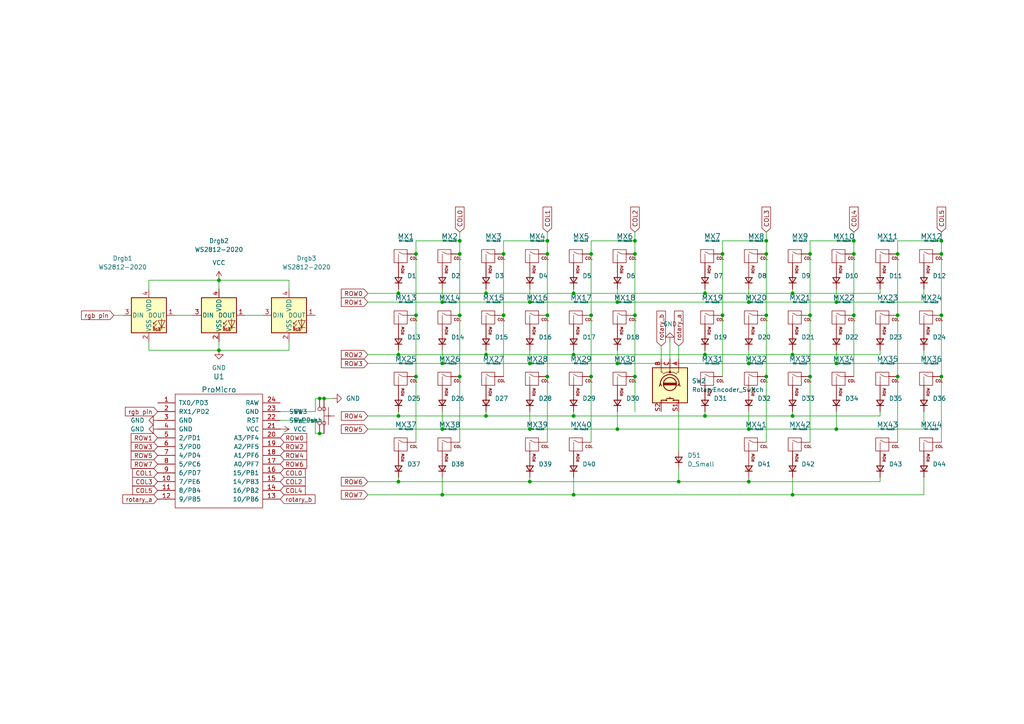
<source format=kicad_sch>
(kicad_sch (version 20230121) (generator eeschema)
  (paper "A4")
  (lib_symbols
    (symbol "Device:D_Small" (pin_numbers hide) (pin_names (offset 0.254) hide)
      (property "Reference" "D" (at -1.27 2.032 0))
      (property "Value" "D_Small" (at -3.81 -2.032 0))
      (symbol "D_Small_0_1"
        (polyline (pts (xy -0.762 -1.016) (xy -0.762 1.016)) (stroke (width 0.254)))
        (polyline (pts (xy -0.762 0) (xy 0.762 0)))
        (polyline (pts (xy 0.762 -1.016) (xy -0.762 0) (xy 0.762 1.016) (xy 0.762 -1.016)) (stroke (width 0.254)))
      )
      (symbol "D_Small_1_1"
        (pin passive line (at -2.54 0 0) (length 1.778) (name "K") (number "1"))
        (pin passive line (at 2.54 0 180) (length 1.778) (name "A") (number "2"))
      )
    )
    (symbol "Device:RotaryEncoder_Switch" (pin_names (offset 0.254) hide)
      (property "Reference" "SW" (at 0 6.604 0))
      (property "Value" "RotaryEncoder_Switch" (at 0 -6.604 0))
      (symbol "RotaryEncoder_Switch_0_1"
        (rectangle (start -5.08 5.08) (end 5.08 -5.08) (stroke (width 0.254)) (fill (type background)))
        (circle (center -3.81 0) (radius 0.254) (fill (type outline)))
        (circle (center -0.381 0) (radius 1.905) (stroke (width 0.254)))
        (arc (start -0.381 2.667) (mid -3.0988 -0.0635) (end -0.381 -2.794) (stroke (width 0.254)))
        (polyline (pts (xy -0.635 -1.778) (xy -0.635 1.778)) (stroke (width 0.254)))
        (polyline (pts (xy -0.381 -1.778) (xy -0.381 1.778)) (stroke (width 0.254)))
        (polyline (pts (xy -0.127 1.778) (xy -0.127 -1.778)) (stroke (width 0.254)))
        (polyline (pts (xy 3.81 0) (xy 3.429 0)) (stroke (width 0.254)))
        (polyline (pts (xy 3.81 1.016) (xy 3.81 -1.016)) (stroke (width 0.254)))
        (polyline (pts (xy -5.08 -2.54) (xy -3.81 -2.54) (xy -3.81 -2.032)))
        (polyline (pts (xy -5.08 2.54) (xy -3.81 2.54) (xy -3.81 2.032)))
        (polyline (pts (xy 0.254 -3.048) (xy -0.508 -2.794) (xy 0.127 -2.413)) (stroke (width 0.254)))
        (polyline (pts (xy 0.254 2.921) (xy -0.508 2.667) (xy 0.127 2.286)) (stroke (width 0.254)))
        (polyline (pts (xy 5.08 -2.54) (xy 4.318 -2.54) (xy 4.318 -1.016)) (stroke (width 0.254)))
        (polyline (pts (xy 5.08 2.54) (xy 4.318 2.54) (xy 4.318 1.016)) (stroke (width 0.254)))
        (polyline (pts (xy -5.08 0) (xy -3.81 0) (xy -3.81 -1.016) (xy -3.302 -2.032)))
        (polyline (pts (xy -4.318 0) (xy -3.81 0) (xy -3.81 1.016) (xy -3.302 2.032)))
        (circle (center 4.318 -1.016) (radius 0.127) (stroke (width 0.254)))
        (circle (center 4.318 1.016) (radius 0.127) (stroke (width 0.254)))
      )
      (symbol "RotaryEncoder_Switch_1_1"
        (pin passive line (at -7.62 2.54 0) (length 2.54) (name "A") (number "A"))
        (pin passive line (at -7.62 -2.54 0) (length 2.54) (name "B") (number "B"))
        (pin passive line (at -7.62 0 0) (length 2.54) (name "C") (number "C"))
        (pin passive line (at 7.62 2.54 180) (length 2.54) (name "S1") (number "S1"))
        (pin passive line (at 7.62 -2.54 180) (length 2.54) (name "S2") (number "S2"))
      )
    )
    (symbol "MX_Alps_Hybrid:MX-NoLED" (pin_names (offset 1.016))
      (property "Reference" "MX" (at -0.635 3.81 0))
      (property "Value" "MX-NoLED" (at -0.635 1.27 0))
      (symbol "MX-NoLED_0_0"
        (rectangle (start -2.54 2.54) (end 1.27 -1.27))
        (polyline (pts (xy -1.27 -1.27) (xy -1.27 1.27)) (stroke (width 0.127)))
        (polyline (pts (xy 1.27 1.27) (xy 0 1.27) (xy -1.27 1.905)) (stroke (width 0.127)))
        (text "COL" (at 3.175 0 0) (effects (font (size 0.762 0.762))))
        (text "ROW" (at 0 -1.905 900) (effects (font (size 0.762 0.762)) (justify right)))
      )
      (symbol "MX-NoLED_1_1"
        (pin passive line (at 3.81 1.27 180) (length 2.54) (name "COL") (number "1"))
        (pin passive line (at -1.27 -3.81 90) (length 2.54) (name "ROW") (number "2"))
      )
    )
    (symbol "Switch:SW_Push" (pin_numbers hide) (pin_names (offset 1.016) hide)
      (property "Reference" "SW" (at 1.27 2.54 0))
      (property "Value" "SW_Push" (at 0 -1.524 0))
      (symbol "SW_Push_0_1"
        (circle (center -2.032 0) (radius 0.508))
        (polyline (pts (xy 0 1.27) (xy 0 3.048)))
        (polyline (pts (xy 2.54 1.27) (xy -2.54 1.27)))
        (circle (center 2.032 0) (radius 0.508))
        (pin passive line (at -5.08 0 0) (length 2.54) (name "1") (number "1"))
        (pin passive line (at 5.08 0 180) (length 2.54) (name "2") (number "2"))
      )
    )
    (symbol "crumpschemes:WS2812-2020" (pin_names (offset 0.254))
      (property "Reference" "D" (at 5.08 5.715 0))
      (property "Value" "WS2812-2020" (at 1.27 -5.715 0))
      (symbol "WS2812-2020_0_0"
        (text "RGB" (at 2.286 -4.191 0) (effects (font (size 0.762 0.762))))
      )
      (symbol "WS2812-2020_0_1"
        (polyline (pts (xy 1.27 -3.556) (xy 1.778 -3.556)))
        (polyline (pts (xy 1.27 -2.54) (xy 1.778 -2.54)))
        (polyline (pts (xy 4.699 -3.556) (xy 2.667 -3.556)))
        (polyline (pts (xy 2.286 -2.54) (xy 1.27 -3.556) (xy 1.27 -3.048)))
        (polyline (pts (xy 2.286 -1.524) (xy 1.27 -2.54) (xy 1.27 -2.032)))
        (polyline (pts (xy 3.683 -1.016) (xy 3.683 -3.556) (xy 3.683 -4.064)))
        (polyline (pts (xy 4.699 -1.524) (xy 2.667 -1.524) (xy 3.683 -3.556) (xy 4.699 -1.524)))
        (rectangle (start 5.08 5.08) (end -5.08 -5.08) (stroke (width 0.254)) (fill (type background)))
      )
      (symbol "WS2812-2020_1_1"
        (pin output line (at 7.62 0 180) (length 2.54) (name "DOUT") (number "1"))
        (pin power_in line (at 0 -7.62 90) (length 2.54) (name "VSS") (number "2"))
        (pin input line (at -7.62 0 0) (length 2.54) (name "DIN") (number "3"))
        (pin power_in line (at 0 7.62 270) (length 2.54) (name "VDD") (number "4"))
      )
    )
    (symbol "keebio:ProMicro" (pin_names (offset 1.016))
      (property "Reference" "U" (at 0 0 0))
      (property "Value" "ProMicro" (at 0 -19.05 0))
      (symbol "ProMicro_0_1"
        (rectangle (start -12.7 -16.51) (end 12.7 16.51))
      )
      (symbol "ProMicro_1_1"
        (pin input line (at -17.78 13.97 0) (length 5.08) (name "TX0/PD3") (number "1"))
        (pin input line (at -17.78 -8.89 0) (length 5.08) (name "7/PE6") (number "10"))
        (pin input line (at -17.78 -11.43 0) (length 5.08) (name "8/PB4") (number "11"))
        (pin input line (at -17.78 -13.97 0) (length 5.08) (name "9/PB5") (number "12"))
        (pin input line (at 17.78 -13.97 180) (length 5.08) (name "10/PB6") (number "13"))
        (pin input line (at 17.78 -11.43 180) (length 5.08) (name "16/PB2") (number "14"))
        (pin input line (at 17.78 -8.89 180) (length 5.08) (name "14/PB3") (number "15"))
        (pin input line (at 17.78 -6.35 180) (length 5.08) (name "15/PB1") (number "16"))
        (pin input line (at 17.78 -3.81 180) (length 5.08) (name "A0/PF7") (number "17"))
        (pin input line (at 17.78 -1.27 180) (length 5.08) (name "A1/PF6") (number "18"))
        (pin input line (at 17.78 1.27 180) (length 5.08) (name "A2/PF5") (number "19"))
        (pin input line (at -17.78 11.43 0) (length 5.08) (name "RX1/PD2") (number "2"))
        (pin input line (at 17.78 3.81 180) (length 5.08) (name "A3/PF4") (number "20"))
        (pin input line (at 17.78 6.35 180) (length 5.08) (name "VCC") (number "21"))
        (pin input line (at 17.78 8.89 180) (length 5.08) (name "RST") (number "22"))
        (pin input line (at 17.78 11.43 180) (length 5.08) (name "GND") (number "23"))
        (pin input line (at 17.78 13.97 180) (length 5.08) (name "RAW") (number "24"))
        (pin input line (at -17.78 8.89 0) (length 5.08) (name "GND") (number "3"))
        (pin input line (at -17.78 6.35 0) (length 5.08) (name "GND") (number "4"))
        (pin input line (at -17.78 3.81 0) (length 5.08) (name "2/PD1") (number "5"))
        (pin input line (at -17.78 1.27 0) (length 5.08) (name "3/PD0") (number "6"))
        (pin input line (at -17.78 -1.27 0) (length 5.08) (name "4/PD4") (number "7"))
        (pin input line (at -17.78 -3.81 0) (length 5.08) (name "5/PC6") (number "8"))
        (pin input line (at -17.78 -6.35 0) (length 5.08) (name "6/PD7") (number "9"))
      )
    )
    (symbol "power:GND" (power) (pin_names (offset 0))
      (property "Value" "GND" (at 0 -3.81 0))
      (symbol "GND_0_1"
        (polyline (pts (xy 0 0) (xy 0 -1.27) (xy 1.27 -1.27) (xy 0 -2.54) (xy -1.27 -1.27) (xy 0 -1.27)))
      )
      (symbol "GND_1_1"
        (pin power_in line (at 0 0 270) (length 0) hide (name "GND") (number "1"))
      )
    )
    (symbol "power:VCC" (power) (pin_names (offset 0))
      (property "Value" "VCC" (at 0 3.81 0))
      (symbol "VCC_0_1"
        (polyline (pts (xy -0.762 1.27) (xy 0 2.54)))
        (polyline (pts (xy 0 0) (xy 0 2.54)))
        (polyline (pts (xy 0 2.54) (xy 0.762 1.27)))
      )
      (symbol "VCC_1_1"
        (pin power_in line (at 0 0 90) (length 0) hide (name "VCC") (number "1"))
      )
    )
  )
  (junction (at 229.87 102.87))
  (junction (at 120.65 73.66))
  (junction (at 222.25 69.85))
  (junction (at 158.75 109.22))
  (junction (at 166.37 85.09))
  (junction (at 146.05 73.66))
  (junction (at 140.97 120.65))
  (junction (at 204.47 102.87))
  (junction (at 234.95 91.44))
  (junction (at 120.65 91.44))
  (junction (at 140.97 102.87))
  (junction (at 63.5 81.28))
  (junction (at 93.98 115.57))
  (junction (at 166.37 102.87))
  (junction (at 217.17 105.41))
  (junction (at 63.5 101.6))
  (junction (at 128.27 105.41))
  (junction (at 217.17 87.63))
  (junction (at 153.67 124.46))
  (junction (at 260.35 91.44))
  (junction (at 229.87 85.09))
  (junction (at 133.35 69.85))
  (junction (at 171.45 109.22))
  (junction (at 260.35 109.22))
  (junction (at 209.55 73.66))
  (junction (at 222.25 73.66))
  (junction (at 217.17 124.46))
  (junction (at 115.57 85.09))
  (junction (at 247.65 73.66))
  (junction (at 196.85 139.7))
  (junction (at 184.15 69.85))
  (junction (at 140.97 85.09))
  (junction (at 204.47 120.65))
  (junction (at 146.05 91.44))
  (junction (at 158.75 91.44))
  (junction (at 158.75 73.66))
  (junction (at 179.07 124.46))
  (junction (at 217.17 139.7))
  (junction (at 128.27 143.51))
  (junction (at 273.05 109.22))
  (junction (at 242.57 124.46))
  (junction (at 128.27 124.46))
  (junction (at 273.05 91.44))
  (junction (at 247.65 91.44))
  (junction (at 133.35 109.22))
  (junction (at 273.05 69.85))
  (junction (at 158.75 69.85))
  (junction (at 153.67 139.7))
  (junction (at 115.57 120.65))
  (junction (at 133.35 73.66))
  (junction (at 115.57 102.87))
  (junction (at 166.37 120.65))
  (junction (at 171.45 91.44))
  (junction (at 204.47 85.09))
  (junction (at 234.95 73.66))
  (junction (at 115.57 139.7))
  (junction (at 171.45 73.66))
  (junction (at 128.27 87.63))
  (junction (at 92.71 125.73))
  (junction (at 222.25 91.44))
  (junction (at 234.95 109.22))
  (junction (at 222.25 109.22))
  (junction (at 242.57 87.63))
  (junction (at 209.55 91.44))
  (junction (at 153.67 105.41))
  (junction (at 120.65 109.22))
  (junction (at 92.71 115.57))
  (junction (at 153.67 87.63))
  (junction (at 247.65 69.85))
  (junction (at 179.07 105.41))
  (junction (at 184.15 73.66))
  (junction (at 133.35 91.44))
  (junction (at 166.37 143.51))
  (junction (at 229.87 120.65))
  (junction (at 184.15 91.44))
  (junction (at 184.15 109.22))
  (junction (at 229.87 143.51))
  (junction (at 179.07 87.63))
  (junction (at 260.35 73.66))
  (junction (at 273.05 73.66))
  (junction (at 242.57 105.41))
  (wire (pts (xy 140.97 102.87) (xy 166.37 102.87)))
  (wire (pts (xy 217.17 124.46) (xy 242.57 124.46)))
  (wire (pts (xy 196.85 135.89) (xy 196.85 139.7)))
  (wire (pts (xy 63.5 81.28) (xy 83.82 81.28)))
  (wire (pts (xy 115.57 139.7) (xy 153.67 139.7)))
  (wire (pts (xy 234.95 69.85) (xy 234.95 73.66)))
  (wire (pts (xy 217.17 105.41) (xy 242.57 105.41)))
  (wire (pts (xy 217.17 83.82) (xy 217.17 87.63)))
  (wire (pts (xy 222.25 67.31) (xy 222.25 69.85)))
  (wire (pts (xy 81.28 119.38) (xy 91.44 119.38)))
  (wire (pts (xy 260.35 91.44) (xy 260.35 109.22)))
  (wire (pts (xy 229.87 138.43) (xy 229.87 143.51)))
  (wire (pts (xy 229.87 85.09) (xy 255.27 85.09)))
  (wire (pts (xy 184.15 67.31) (xy 184.15 69.85)))
  (wire (pts (xy 166.37 120.65) (xy 204.47 120.65)))
  (wire (pts (xy 83.82 99.06) (xy 83.82 101.6)))
  (wire (pts (xy 273.05 69.85) (xy 260.35 69.85)))
  (wire (pts (xy 222.25 73.66) (xy 222.25 91.44)))
  (wire (pts (xy 171.45 69.85) (xy 184.15 69.85)))
  (wire (pts (xy 146.05 69.85) (xy 158.75 69.85)))
  (wire (pts (xy 133.35 73.66) (xy 133.35 91.44)))
  (wire (pts (xy 217.17 139.7) (xy 255.27 139.7)))
  (wire (pts (xy 128.27 105.41) (xy 153.67 105.41)))
  (wire (pts (xy 115.57 138.43) (xy 115.57 139.7)))
  (wire (pts (xy 43.18 99.06) (xy 43.18 101.6)))
  (wire (pts (xy 204.47 119.38) (xy 204.47 120.65)))
  (wire (pts (xy 128.27 143.51) (xy 166.37 143.51)))
  (wire (pts (xy 115.57 83.82) (xy 115.57 85.09)))
  (wire (pts (xy 106.68 85.09) (xy 115.57 85.09)))
  (wire (pts (xy 128.27 101.6) (xy 128.27 105.41)))
  (wire (pts (xy 217.17 138.43) (xy 217.17 139.7)))
  (wire (pts (xy 153.67 124.46) (xy 179.07 124.46)))
  (wire (pts (xy 267.97 138.43) (xy 267.97 143.51)))
  (wire (pts (xy 209.55 69.85) (xy 222.25 69.85)))
  (wire (pts (xy 140.97 119.38) (xy 140.97 120.65)))
  (wire (pts (xy 229.87 143.51) (xy 267.97 143.51)))
  (wire (pts (xy 196.85 119.38) (xy 196.85 130.81)))
  (wire (pts (xy 171.45 69.85) (xy 171.45 73.66)))
  (wire (pts (xy 196.85 139.7) (xy 217.17 139.7)))
  (wire (pts (xy 267.97 101.6) (xy 267.97 105.41)))
  (wire (pts (xy 63.5 99.06) (xy 63.5 101.6)))
  (wire (pts (xy 146.05 73.66) (xy 146.05 91.44)))
  (wire (pts (xy 63.5 101.6) (xy 83.82 101.6)))
  (wire (pts (xy 247.65 69.85) (xy 247.65 73.66)))
  (wire (pts (xy 217.17 87.63) (xy 242.57 87.63)))
  (wire (pts (xy 92.71 115.57) (xy 93.98 115.57)))
  (wire (pts (xy 179.07 83.82) (xy 179.07 87.63)))
  (wire (pts (xy 179.07 119.38) (xy 179.07 124.46)))
  (wire (pts (xy 242.57 105.41) (xy 267.97 105.41)))
  (wire (pts (xy 184.15 91.44) (xy 184.15 109.22)))
  (wire (pts (xy 133.35 109.22) (xy 133.35 128.27)))
  (wire (pts (xy 115.57 102.87) (xy 140.97 102.87)))
  (wire (pts (xy 153.67 138.43) (xy 153.67 139.7)))
  (wire (pts (xy 184.15 109.22) (xy 184.15 119.38)))
  (wire (pts (xy 140.97 101.6) (xy 140.97 102.87)))
  (wire (pts (xy 260.35 73.66) (xy 260.35 91.44)))
  (wire (pts (xy 158.75 91.44) (xy 158.75 109.22)))
  (wire (pts (xy 115.57 85.09) (xy 140.97 85.09)))
  (wire (pts (xy 43.18 101.6) (xy 63.5 101.6)))
  (wire (pts (xy 260.35 109.22) (xy 260.35 128.27)))
  (wire (pts (xy 171.45 91.44) (xy 171.45 109.22)))
  (wire (pts (xy 106.68 143.51) (xy 128.27 143.51)))
  (wire (pts (xy 115.57 120.65) (xy 140.97 120.65)))
  (wire (pts (xy 128.27 124.46) (xy 153.67 124.46)))
  (wire (pts (xy 273.05 73.66) (xy 273.05 91.44)))
  (wire (pts (xy 273.05 69.85) (xy 273.05 73.66)))
  (wire (pts (xy 63.5 81.28) (xy 63.5 83.82)))
  (wire (pts (xy 273.05 109.22) (xy 273.05 128.27)))
  (wire (pts (xy 204.47 85.09) (xy 229.87 85.09)))
  (wire (pts (xy 209.55 73.66) (xy 209.55 91.44)))
  (wire (pts (xy 222.25 91.44) (xy 222.25 109.22)))
  (wire (pts (xy 229.87 83.82) (xy 229.87 85.09)))
  (wire (pts (xy 128.27 119.38) (xy 128.27 124.46)))
  (wire (pts (xy 33.02 91.44) (xy 35.56 91.44)))
  (wire (pts (xy 179.07 101.6) (xy 179.07 105.41)))
  (wire (pts (xy 204.47 101.6) (xy 204.47 102.87)))
  (wire (pts (xy 247.65 69.85) (xy 234.95 69.85)))
  (wire (pts (xy 43.18 83.82) (xy 43.18 81.28)))
  (wire (pts (xy 71.12 91.44) (xy 76.2 91.44)))
  (wire (pts (xy 209.55 69.85) (xy 209.55 73.66)))
  (wire (pts (xy 166.37 119.38) (xy 166.37 120.65)))
  (wire (pts (xy 133.35 67.31) (xy 133.35 69.85)))
  (wire (pts (xy 171.45 73.66) (xy 171.45 91.44)))
  (wire (pts (xy 115.57 101.6) (xy 115.57 102.87)))
  (wire (pts (xy 247.65 67.31) (xy 247.65 69.85)))
  (wire (pts (xy 234.95 91.44) (xy 234.95 109.22)))
  (wire (pts (xy 273.05 67.31) (xy 273.05 69.85)))
  (wire (pts (xy 179.07 124.46) (xy 217.17 124.46)))
  (wire (pts (xy 120.65 109.22) (xy 120.65 128.27)))
  (wire (pts (xy 91.44 125.73) (xy 92.71 125.73)))
  (wire (pts (xy 106.68 139.7) (xy 115.57 139.7)))
  (wire (pts (xy 267.97 83.82) (xy 267.97 87.63)))
  (wire (pts (xy 191.77 100.33) (xy 191.77 104.14)))
  (wire (pts (xy 120.65 73.66) (xy 120.65 91.44)))
  (wire (pts (xy 242.57 124.46) (xy 267.97 124.46)))
  (wire (pts (xy 93.98 115.57) (xy 96.52 115.57)))
  (wire (pts (xy 255.27 83.82) (xy 255.27 85.09)))
  (wire (pts (xy 242.57 87.63) (xy 267.97 87.63)))
  (wire (pts (xy 83.82 81.28) (xy 83.82 83.82)))
  (wire (pts (xy 128.27 83.82) (xy 128.27 87.63)))
  (wire (pts (xy 153.67 139.7) (xy 196.85 139.7)))
  (wire (pts (xy 204.47 102.87) (xy 229.87 102.87)))
  (wire (pts (xy 128.27 138.43) (xy 128.27 143.51)))
  (wire (pts (xy 229.87 102.87) (xy 255.27 102.87)))
  (wire (pts (xy 158.75 67.31) (xy 158.75 69.85)))
  (wire (pts (xy 106.68 87.63) (xy 128.27 87.63)))
  (wire (pts (xy 166.37 85.09) (xy 204.47 85.09)))
  (wire (pts (xy 222.25 69.85) (xy 222.25 73.66)))
  (wire (pts (xy 273.05 91.44) (xy 273.05 109.22)))
  (wire (pts (xy 234.95 73.66) (xy 234.95 91.44)))
  (wire (pts (xy 92.71 115.57) (xy 91.44 115.57)))
  (wire (pts (xy 217.17 101.6) (xy 217.17 105.41)))
  (wire (pts (xy 166.37 102.87) (xy 204.47 102.87)))
  (wire (pts (xy 106.68 124.46) (xy 128.27 124.46)))
  (wire (pts (xy 267.97 119.38) (xy 267.97 124.46)))
  (wire (pts (xy 194.31 99.06) (xy 194.31 104.14)))
  (wire (pts (xy 153.67 87.63) (xy 179.07 87.63)))
  (wire (pts (xy 255.27 101.6) (xy 255.27 102.87)))
  (wire (pts (xy 184.15 69.85) (xy 184.15 73.66)))
  (wire (pts (xy 196.85 100.33) (xy 196.85 104.14)))
  (wire (pts (xy 106.68 102.87) (xy 115.57 102.87)))
  (wire (pts (xy 229.87 101.6) (xy 229.87 102.87)))
  (wire (pts (xy 140.97 85.09) (xy 166.37 85.09)))
  (wire (pts (xy 229.87 120.65) (xy 255.27 120.65)))
  (wire (pts (xy 184.15 73.66) (xy 184.15 91.44)))
  (wire (pts (xy 153.67 83.82) (xy 153.67 87.63)))
  (wire (pts (xy 255.27 138.43) (xy 255.27 139.7)))
  (wire (pts (xy 242.57 83.82) (xy 242.57 87.63)))
  (wire (pts (xy 106.68 120.65) (xy 115.57 120.65)))
  (wire (pts (xy 158.75 109.22) (xy 158.75 128.27)))
  (wire (pts (xy 120.65 91.44) (xy 120.65 109.22)))
  (wire (pts (xy 120.65 69.85) (xy 120.65 73.66)))
  (wire (pts (xy 234.95 109.22) (xy 234.95 128.27)))
  (wire (pts (xy 158.75 69.85) (xy 158.75 73.66)))
  (wire (pts (xy 204.47 120.65) (xy 229.87 120.65)))
  (wire (pts (xy 133.35 91.44) (xy 133.35 109.22)))
  (wire (pts (xy 247.65 91.44) (xy 247.65 109.22)))
  (wire (pts (xy 153.67 101.6) (xy 153.67 105.41)))
  (wire (pts (xy 81.28 121.92) (xy 91.44 121.92)))
  (wire (pts (xy 179.07 87.63) (xy 217.17 87.63)))
  (wire (pts (xy 217.17 119.38) (xy 217.17 124.46)))
  (wire (pts (xy 255.27 119.38) (xy 255.27 120.65)))
  (wire (pts (xy 146.05 91.44) (xy 146.05 109.22)))
  (wire (pts (xy 153.67 119.38) (xy 153.67 124.46)))
  (wire (pts (xy 242.57 119.38) (xy 242.57 124.46)))
  (wire (pts (xy 242.57 101.6) (xy 242.57 105.41)))
  (wire (pts (xy 166.37 83.82) (xy 166.37 85.09)))
  (wire (pts (xy 179.07 105.41) (xy 217.17 105.41)))
  (wire (pts (xy 128.27 87.63) (xy 153.67 87.63)))
  (wire (pts (xy 115.57 119.38) (xy 115.57 120.65)))
  (wire (pts (xy 260.35 69.85) (xy 260.35 73.66)))
  (wire (pts (xy 91.44 121.92) (xy 91.44 125.73)))
  (wire (pts (xy 209.55 91.44) (xy 209.55 109.22)))
  (wire (pts (xy 140.97 83.82) (xy 140.97 85.09)))
  (wire (pts (xy 247.65 73.66) (xy 247.65 91.44)))
  (wire (pts (xy 171.45 109.22) (xy 171.45 128.27)))
  (wire (pts (xy 92.71 125.73) (xy 93.98 125.73)))
  (wire (pts (xy 204.47 83.82) (xy 204.47 85.09)))
  (wire (pts (xy 140.97 120.65) (xy 166.37 120.65)))
  (wire (pts (xy 50.8 91.44) (xy 55.88 91.44)))
  (wire (pts (xy 222.25 109.22) (xy 222.25 128.27)))
  (wire (pts (xy 133.35 69.85) (xy 120.65 69.85)))
  (wire (pts (xy 153.67 105.41) (xy 179.07 105.41)))
  (wire (pts (xy 133.35 69.85) (xy 133.35 73.66)))
  (wire (pts (xy 166.37 138.43) (xy 166.37 143.51)))
  (wire (pts (xy 158.75 73.66) (xy 158.75 91.44)))
  (wire (pts (xy 166.37 143.51) (xy 229.87 143.51)))
  (wire (pts (xy 166.37 101.6) (xy 166.37 102.87)))
  (wire (pts (xy 106.68 105.41) (xy 128.27 105.41)))
  (wire (pts (xy 43.18 81.28) (xy 63.5 81.28)))
  (wire (pts (xy 146.05 69.85) (xy 146.05 73.66)))
  (wire (pts (xy 229.87 119.38) (xy 229.87 120.65)))
  (wire (pts (xy 91.44 115.57) (xy 91.44 119.38)))
  (global_label "ROW6" (shape input) (at 81.28 134.62 0) (property "Intersheetrefs" "${INTERSHEET_REFS}" (effects hide)))
  (global_label "ROW4" (shape input) (at 81.28 132.08 0) (property "Intersheetrefs" "${INTERSHEET_REFS}" (effects hide)))
  (global_label "ROW3" (shape input) (at 45.72 129.54 180) (property "Intersheetrefs" "${INTERSHEET_REFS}" (effects hide)))
  (global_label "ROW0" (shape input) (at 81.28 127 0) (property "Intersheetrefs" "${INTERSHEET_REFS}" (effects hide)))
  (global_label "COL2" (shape input) (at 184.15 67.31 90) (property "Intersheetrefs" "${INTERSHEET_REFS}" (effects hide)))
  (global_label "COL1" (shape input) (at 45.72 137.16 180) (property "Intersheetrefs" "${INTERSHEET_REFS}" (effects hide)))
  (global_label "ROW5" (shape input) (at 45.72 132.08 180) (property "Intersheetrefs" "${INTERSHEET_REFS}" (effects hide)))
  (global_label "ROW2" (shape input) (at 106.68 102.87 180) (property "Intersheetrefs" "${INTERSHEET_REFS}" (effects hide)))
  (global_label "rgb pin" (shape input) (at 33.02 91.44 180) (property "Intersheetrefs" "${INTERSHEET_REFS}" (effects hide)))
  (global_label "COL3" (shape input) (at 222.25 67.31 90) (property "Intersheetrefs" "${INTERSHEET_REFS}" (effects hide)))
  (global_label "rotary_a" (shape input) (at 196.85 100.33 90) (property "Intersheetrefs" "${INTERSHEET_REFS}" (effects hide)))
  (global_label "COL0" (shape input) (at 81.28 137.16 0) (property "Intersheetrefs" "${INTERSHEET_REFS}" (effects hide)))
  (global_label "rotary_a" (shape input) (at 45.72 144.78 180) (property "Intersheetrefs" "${INTERSHEET_REFS}" (effects hide)))
  (global_label "ROW1" (shape input) (at 106.68 87.63 180) (property "Intersheetrefs" "${INTERSHEET_REFS}" (effects hide)))
  (global_label "ROW4" (shape input) (at 106.68 120.65 180) (property "Intersheetrefs" "${INTERSHEET_REFS}" (effects hide)))
  (global_label "ROW7" (shape input) (at 45.72 134.62 180) (property "Intersheetrefs" "${INTERSHEET_REFS}" (effects hide)))
  (global_label "COL5" (shape input) (at 45.72 142.24 180) (property "Intersheetrefs" "${INTERSHEET_REFS}" (effects hide)))
  (global_label "COL0" (shape input) (at 133.35 67.31 90) (property "Intersheetrefs" "${INTERSHEET_REFS}" (effects hide)))
  (global_label "ROW5" (shape input) (at 106.68 124.46 180) (property "Intersheetrefs" "${INTERSHEET_REFS}" (effects hide)))
  (global_label "rgb pin" (shape input) (at 45.72 119.38 180) (property "Intersheetrefs" "${INTERSHEET_REFS}" (effects hide)))
  (global_label "ROW6" (shape input) (at 106.68 139.7 180) (property "Intersheetrefs" "${INTERSHEET_REFS}" (effects hide)))
  (global_label "COL4" (shape input) (at 81.28 142.24 0) (property "Intersheetrefs" "${INTERSHEET_REFS}" (effects hide)))
  (global_label "rotary_b" (shape input) (at 81.28 144.78 0) (property "Intersheetrefs" "${INTERSHEET_REFS}" (effects hide)))
  (global_label "ROW3" (shape input) (at 106.68 105.41 180) (property "Intersheetrefs" "${INTERSHEET_REFS}" (effects hide)))
  (global_label "COL1" (shape input) (at 158.75 67.31 90) (property "Intersheetrefs" "${INTERSHEET_REFS}" (effects hide)))
  (global_label "COL5" (shape input) (at 273.05 67.31 90) (property "Intersheetrefs" "${INTERSHEET_REFS}" (effects hide)))
  (global_label "COL3" (shape input) (at 45.72 139.7 180) (property "Intersheetrefs" "${INTERSHEET_REFS}" (effects hide)))
  (global_label "ROW2" (shape input) (at 81.28 129.54 0) (property "Intersheetrefs" "${INTERSHEET_REFS}" (effects hide)))
  (global_label "rotary_b" (shape input) (at 191.77 100.33 90) (property "Intersheetrefs" "${INTERSHEET_REFS}" (effects hide)))
  (global_label "COL4" (shape input) (at 247.65 67.31 90) (property "Intersheetrefs" "${INTERSHEET_REFS}" (effects hide)))
  (global_label "ROW0" (shape input) (at 106.68 85.09 180) (property "Intersheetrefs" "${INTERSHEET_REFS}" (effects hide)))
  (global_label "ROW1" (shape input) (at 45.72 127 180) (property "Intersheetrefs" "${INTERSHEET_REFS}" (effects hide)))
  (global_label "COL2" (shape input) (at 81.28 139.7 0) (property "Intersheetrefs" "${INTERSHEET_REFS}" (effects hide)))
  (global_label "ROW7" (shape input) (at 106.68 143.51 180) (property "Intersheetrefs" "${INTERSHEET_REFS}" (effects hide)))
  (symbol (lib_id "Device:D_Small") (at 115.57 116.84 90) (unit 1)
    (property "Reference" "D25" (at 118.11 115.5699 90) (effects (justify right)))
    (property "Value" "D_Small" (effects hide))
    (property "Footprint" "Diode_THT:D_DO-35_SOD27_P7.62mm_Horizontal" (effects hide))
  )
  (symbol (lib_id "MX_Alps_Hybrid:MX-NoLED") (at 116.84 110.49 0) (unit 1)
    (property "Reference" "MX25" (at 117.7256 104.14 0) (effects (font (size 1.524 1.524))))
    (property "Value" "MX-NoLED" (at 117.7256 105.41 0) (effects (font (size 0.508 0.508))))
    (property "Footprint" "MX_Only:MXOnly-1U-NoLED" (effects hide))
  )
  (symbol (lib_id "MX_Alps_Hybrid:MX-NoLED") (at 154.94 92.71 0) (unit 1)
    (property "Reference" "MX16" (at 155.8256 86.36 0) (effects (font (size 1.524 1.524))))
    (property "Value" "MX-NoLED" (at 155.8256 87.63 0) (effects (font (size 0.508 0.508))))
    (property "Footprint" "MX_Only:MXOnly-1U-NoLED" (effects hide))
  )
  (symbol (lib_id "Device:D_Small") (at 255.27 135.89 90) (unit 1)
    (property "Reference" "D43" (at 257.81 134.6199 90) (effects (justify right)))
    (property "Value" "D_Small" (effects hide))
    (property "Footprint" "Diode_THT:D_DO-35_SOD27_P7.62mm_Horizontal" (effects hide))
  )
  (symbol (lib_id "Device:D_Small") (at 229.87 81.28 90) (unit 1)
    (property "Reference" "D9" (at 232.41 80.0099 90) (effects (justify right)))
    (property "Value" "D_Small" (effects hide))
    (property "Footprint" "Diode_THT:D_DO-35_SOD27_P7.62mm_Horizontal" (effects hide))
  )
  (symbol (lib_id "Device:D_Small") (at 267.97 99.06 90) (unit 1)
    (property "Reference" "D24" (at 270.51 97.7899 90) (effects (justify right)))
    (property "Value" "D_Small" (effects hide))
    (property "Footprint" "Diode_THT:D_DO-35_SOD27_P7.62mm_Horizontal" (effects hide))
  )
  (symbol (lib_id "MX_Alps_Hybrid:MX-NoLED") (at 116.84 74.93 0) (unit 1)
    (property "Reference" "MX1" (at 117.7256 68.58 0) (effects (font (size 1.524 1.524))))
    (property "Value" "MX-NoLED" (at 117.7256 69.85 0) (effects (font (size 0.508 0.508))))
    (property "Footprint" "MX_Only:MXOnly-1U-NoLED" (effects hide))
  )
  (symbol (lib_id "Device:D_Small") (at 229.87 99.06 90) (unit 1)
    (property "Reference" "D21" (at 232.41 97.7899 90) (effects (justify right)))
    (property "Value" "D_Small" (effects hide))
    (property "Footprint" "Diode_THT:D_DO-35_SOD27_P7.62mm_Horizontal" (effects hide))
  )
  (symbol (lib_id "Device:D_Small") (at 267.97 81.28 90) (unit 1)
    (property "Reference" "D12" (at 270.51 80.0099 90) (effects (justify right)))
    (property "Value" "D_Small" (effects hide))
    (property "Footprint" "Diode_THT:D_DO-35_SOD27_P7.62mm_Horizontal" (effects hide))
  )
  (symbol (lib_id "crumpschemes:WS2812-2020") (at 63.5 91.44 0) (unit 1)
    (property "Reference" "Drgb2" (at 63.5 69.85 0))
    (property "Value" "WS2812-2020" (at 63.5 72.39 0))
    (property "Footprint" "Keebio-Parts:SK6812-MINI-E" (effects hide))
    (property "Datasheet" "http://www.peace-corp.co.jp/data/WS2812-2020_V1.0_EN.pdf" (effects hide))
  )
  (symbol (lib_id "Device:D_Small") (at 153.67 99.06 90) (unit 1)
    (property "Reference" "D16" (at 156.21 97.7899 90) (effects (justify right)))
    (property "Value" "D_Small" (effects hide))
    (property "Footprint" "Diode_THT:D_DO-35_SOD27_P7.62mm_Horizontal" (effects hide))
  )
  (symbol (lib_id "power:GND") (at 45.72 121.92 270) (unit 1)
    (property "Reference" "#PWR0101" (effects hide))
    (property "Value" "GND" (at 41.91 121.9199 90) (effects (justify right)))
  )
  (symbol (lib_id "Device:D_Small") (at 166.37 99.06 90) (unit 1)
    (property "Reference" "D17" (at 168.91 97.7899 90) (effects (justify right)))
    (property "Value" "D_Small" (effects hide))
    (property "Footprint" "Diode_THT:D_DO-35_SOD27_P7.62mm_Horizontal" (effects hide))
  )
  (symbol (lib_id "MX_Alps_Hybrid:MX-NoLED") (at 256.54 92.71 0) (unit 1)
    (property "Reference" "MX23" (at 257.4256 86.36 0) (effects (font (size 1.524 1.524))))
    (property "Value" "MX-NoLED" (at 257.4256 87.63 0) (effects (font (size 0.508 0.508))))
    (property "Footprint" "MX_Only:MXOnly-1U-NoLED" (effects hide))
  )
  (symbol (lib_id "MX_Alps_Hybrid:MX-NoLED") (at 167.64 92.71 0) (unit 1)
    (property "Reference" "MX17" (at 168.5256 86.36 0) (effects (font (size 1.524 1.524))))
    (property "Value" "MX-NoLED" (at 168.5256 87.63 0) (effects (font (size 0.508 0.508))))
    (property "Footprint" "MX_Only:MXOnly-1U-NoLED" (effects hide))
  )
  (symbol (lib_id "Switch:SW_Push") (at 92.71 120.65 270) (unit 1)
    (property "Reference" "SW1" (at 83.82 119.38 90) (effects (justify left)))
    (property "Value" "SW_Push" (at 83.82 121.92 90) (effects (justify left)))
    (property "Footprint" "random-keyboard-parts:SKQG-1155865" (effects hide))
  )
  (symbol (lib_id "Device:D_Small") (at 229.87 135.89 90) (unit 1)
    (property "Reference" "D42" (at 232.41 134.6199 90) (effects (justify right)))
    (property "Value" "D_Small" (effects hide))
    (property "Footprint" "Diode_THT:D_DO-35_SOD27_P7.62mm_Horizontal" (effects hide))
  )
  (symbol (lib_id "Device:D_Small") (at 153.67 81.28 90) (unit 1)
    (property "Reference" "D4" (at 156.21 80.0099 90) (effects (justify right)))
    (property "Value" "D_Small" (effects hide))
    (property "Footprint" "Diode_THT:D_DO-35_SOD27_P7.62mm_Horizontal" (effects hide))
  )
  (symbol (lib_id "crumpschemes:WS2812-2020") (at 43.18 91.44 0) (unit 1)
    (property "Reference" "Drgb1" (at 35.56 74.93 0))
    (property "Value" "WS2812-2020" (at 35.56 77.47 0))
    (property "Footprint" "Keebio-Parts:SK6812-MINI-E" (effects hide))
    (property "Datasheet" "http://www.peace-corp.co.jp/data/WS2812-2020_V1.0_EN.pdf" (effects hide))
  )
  (symbol (lib_id "MX_Alps_Hybrid:MX-NoLED") (at 218.44 74.93 0) (unit 1)
    (property "Reference" "MX8" (at 219.3256 68.58 0) (effects (font (size 1.524 1.524))))
    (property "Value" "MX-NoLED" (at 219.3256 69.85 0) (effects (font (size 0.508 0.508))))
    (property "Footprint" "MX_Only:MXOnly-1U-NoLED" (effects hide))
  )
  (symbol (lib_id "Device:D_Small") (at 255.27 99.06 90) (unit 1)
    (property "Reference" "D23" (at 257.81 97.7899 90) (effects (justify right)))
    (property "Value" "D_Small" (effects hide))
    (property "Footprint" "Diode_THT:D_DO-35_SOD27_P7.62mm_Horizontal" (effects hide))
  )
  (symbol (lib_id "MX_Alps_Hybrid:MX-NoLED") (at 142.24 74.93 0) (unit 1)
    (property "Reference" "MX3" (at 143.1256 68.58 0) (effects (font (size 1.524 1.524))))
    (property "Value" "MX-NoLED" (at 143.1256 69.85 0) (effects (font (size 0.508 0.508))))
    (property "Footprint" "MX_Only:MXOnly-1U-NoLED" (effects hide))
  )
  (symbol (lib_id "MX_Alps_Hybrid:MX-NoLED") (at 129.54 110.49 0) (unit 1)
    (property "Reference" "MX26" (at 130.4256 104.14 0) (effects (font (size 1.524 1.524))))
    (property "Value" "MX-NoLED" (at 130.4256 105.41 0) (effects (font (size 0.508 0.508))))
    (property "Footprint" "MX_Only:MXOnly-1U-NoLED" (effects hide))
  )
  (symbol (lib_id "Device:D_Small") (at 267.97 135.89 90) (unit 1)
    (property "Reference" "D44" (at 270.51 134.6199 90) (effects (justify right)))
    (property "Value" "D_Small" (effects hide))
    (property "Footprint" "Diode_THT:D_DO-35_SOD27_P7.62mm_Horizontal" (effects hide))
  )
  (symbol (lib_id "Device:D_Small") (at 166.37 81.28 90) (unit 1)
    (property "Reference" "D5" (at 168.91 80.0099 90) (effects (justify right)))
    (property "Value" "D_Small" (effects hide))
    (property "Footprint" "Diode_THT:D_DO-35_SOD27_P7.62mm_Horizontal" (effects hide))
  )
  (symbol (lib_id "MX_Alps_Hybrid:MX-NoLED") (at 129.54 74.93 0) (unit 1)
    (property "Reference" "MX2" (at 130.4256 68.58 0) (effects (font (size 1.524 1.524))))
    (property "Value" "MX-NoLED" (at 130.4256 69.85 0) (effects (font (size 0.508 0.508))))
    (property "Footprint" "MX_Only:MXOnly-1U-NoLED" (effects hide))
  )
  (symbol (lib_id "Device:D_Small") (at 242.57 81.28 90) (unit 1)
    (property "Reference" "D10" (at 245.11 80.0099 90) (effects (justify right)))
    (property "Value" "D_Small" (effects hide))
    (property "Footprint" "Diode_THT:D_DO-35_SOD27_P7.62mm_Horizontal" (effects hide))
  )
  (symbol (lib_id "MX_Alps_Hybrid:MX-NoLED") (at 256.54 74.93 0) (unit 1)
    (property "Reference" "MX11" (at 257.4256 68.58 0) (effects (font (size 1.524 1.524))))
    (property "Value" "MX-NoLED" (at 257.4256 69.85 0) (effects (font (size 0.508 0.508))))
    (property "Footprint" "MX_Only:MXOnly-1U-NoLED" (effects hide))
  )
  (symbol (lib_id "Device:D_Small") (at 229.87 116.84 90) (unit 1)
    (property "Reference" "D33" (at 232.41 115.5699 90) (effects (justify right)))
    (property "Value" "D_Small" (effects hide))
    (property "Footprint" "Diode_THT:D_DO-35_SOD27_P7.62mm_Horizontal" (effects hide))
  )
  (symbol (lib_id "MX_Alps_Hybrid:MX-NoLED") (at 218.44 92.71 0) (unit 1)
    (property "Reference" "MX20" (at 219.3256 86.36 0) (effects (font (size 1.524 1.524))))
    (property "Value" "MX-NoLED" (at 219.3256 87.63 0) (effects (font (size 0.508 0.508))))
    (property "Footprint" "MX_Only:MXOnly-1U-NoLED" (effects hide))
  )
  (symbol (lib_id "MX_Alps_Hybrid:MX-NoLED") (at 167.64 110.49 0) (unit 1)
    (property "Reference" "MX29" (at 168.5256 104.14 0) (effects (font (size 1.524 1.524))))
    (property "Value" "MX-NoLED" (at 168.5256 105.41 0) (effects (font (size 0.508 0.508))))
    (property "Footprint" "MX_Only:MXOnly-1U-NoLED" (effects hide))
  )
  (symbol (lib_id "MX_Alps_Hybrid:MX-NoLED") (at 231.14 92.71 0) (unit 1)
    (property "Reference" "MX21" (at 232.0256 86.36 0) (effects (font (size 1.524 1.524))))
    (property "Value" "MX-NoLED" (at 232.0256 87.63 0) (effects (font (size 0.508 0.508))))
    (property "Footprint" "MX_Only:MXOnly-1U-NoLED" (effects hide))
  )
  (symbol (lib_id "Device:D_Small") (at 140.97 116.84 90) (unit 1)
    (property "Reference" "D27" (at 143.51 115.5699 90) (effects (justify right)))
    (property "Value" "D_Small" (effects hide))
    (property "Footprint" "Diode_THT:D_DO-35_SOD27_P7.62mm_Horizontal" (effects hide))
  )
  (symbol (lib_id "Device:D_Small") (at 140.97 81.28 90) (unit 1)
    (property "Reference" "D3" (at 143.51 80.0099 90) (effects (justify right)))
    (property "Value" "D_Small" (effects hide))
    (property "Footprint" "Diode_THT:D_DO-35_SOD27_P7.62mm_Horizontal" (effects hide))
  )
  (symbol (lib_id "Device:D_Small") (at 153.67 116.84 90) (unit 1)
    (property "Reference" "D28" (at 156.21 115.5699 90) (effects (justify right)))
    (property "Value" "D_Small" (effects hide))
    (property "Footprint" "Diode_THT:D_DO-35_SOD27_P7.62mm_Horizontal" (effects hide))
  )
  (symbol (lib_id "Device:D_Small") (at 217.17 99.06 90) (unit 1)
    (property "Reference" "D20" (at 219.71 97.7899 90) (effects (justify right)))
    (property "Value" "D_Small" (effects hide))
    (property "Footprint" "Diode_THT:D_DO-35_SOD27_P7.62mm_Horizontal" (effects hide))
  )
  (symbol (lib_id "Device:D_Small") (at 217.17 81.28 90) (unit 1)
    (property "Reference" "D8" (at 219.71 80.0099 90) (effects (justify right)))
    (property "Value" "D_Small" (effects hide))
    (property "Footprint" "Diode_THT:D_DO-35_SOD27_P7.62mm_Horizontal" (effects hide))
  )
  (symbol (lib_id "Device:D_Small") (at 255.27 116.84 90) (unit 1)
    (property "Reference" "D35" (at 257.81 115.5699 90) (effects (justify right)))
    (property "Value" "D_Small" (effects hide))
    (property "Footprint" "Diode_THT:D_DO-35_SOD27_P7.62mm_Horizontal" (effects hide))
  )
  (symbol (lib_id "Device:D_Small") (at 204.47 81.28 90) (unit 1)
    (property "Reference" "D7" (at 207.01 80.0099 90) (effects (justify right)))
    (property "Value" "D_Small" (effects hide))
    (property "Footprint" "Diode_THT:D_DO-35_SOD27_P7.62mm_Horizontal" (effects hide))
  )
  (symbol (lib_id "Switch:SW_Push") (at 93.98 120.65 270) (unit 1)
    (property "Reference" "SW3" (at 85.09 119.38 90) (effects (justify left)))
    (property "Value" "SW_Push" (at 85.09 121.92 90) (effects (justify left)))
    (property "Footprint" "Connector_PinHeader_2.54mm:PinHeader_1x02_P2.54mm_Vertical" (effects hide))
  )
  (symbol (lib_id "Device:D_Small") (at 166.37 116.84 90) (unit 1)
    (property "Reference" "D29" (at 168.91 115.5699 90) (effects (justify right)))
    (property "Value" "D_Small" (effects hide))
    (property "Footprint" "Diode_THT:D_DO-35_SOD27_P7.62mm_Horizontal" (effects hide))
  )
  (symbol (lib_id "MX_Alps_Hybrid:MX-NoLED") (at 205.74 74.93 0) (unit 1)
    (property "Reference" "MX7" (at 206.6256 68.58 0) (effects (font (size 1.524 1.524))))
    (property "Value" "MX-NoLED" (at 206.6256 69.85 0) (effects (font (size 0.508 0.508))))
    (property "Footprint" "MX_Only:MXOnly-1U-NoLED" (effects hide))
  )
  (symbol (lib_id "power:GND") (at 63.5 101.6 0) (unit 1)
    (property "Reference" "#PWR0105" (effects hide))
    (property "Value" "GND" (at 63.5 106.68 0))
  )
  (symbol (lib_id "MX_Alps_Hybrid:MX-NoLED") (at 180.34 110.49 0) (unit 1)
    (property "Reference" "MX30" (at 181.2256 104.14 0) (effects (font (size 1.524 1.524))))
    (property "Value" "MX-NoLED" (at 181.2256 105.41 0) (effects (font (size 0.508 0.508))))
    (property "Footprint" "MX_Only:MXOnly-1U-NoLED" (effects hide))
  )
  (symbol (lib_id "MX_Alps_Hybrid:MX-NoLED") (at 129.54 129.54 0) (unit 1)
    (property "Reference" "MX38" (at 130.4256 123.19 0) (effects (font (size 1.524 1.524))))
    (property "Value" "MX-NoLED" (at 130.4256 124.46 0) (effects (font (size 0.508 0.508))))
    (property "Footprint" "MX_Only:MXOnly-1.25U-NoLED" (effects hide))
  )
  (symbol (lib_id "Device:D_Small") (at 179.07 116.84 90) (unit 1)
    (property "Reference" "D30" (at 181.61 115.5699 90) (effects (justify right)))
    (property "Value" "D_Small" (effects hide))
    (property "Footprint" "Diode_THT:D_DO-35_SOD27_P7.62mm_Horizontal" (effects hide))
  )
  (symbol (lib_id "MX_Alps_Hybrid:MX-NoLED") (at 205.74 92.71 0) (unit 1)
    (property "Reference" "MX19" (at 206.6256 86.36 0) (effects (font (size 1.524 1.524))))
    (property "Value" "MX-NoLED" (at 206.6256 87.63 0) (effects (font (size 0.508 0.508))))
    (property "Footprint" "MX_Only:MXOnly-1U-NoLED" (effects hide))
  )
  (symbol (lib_id "MX_Alps_Hybrid:MX-NoLED") (at 256.54 110.49 0) (unit 1)
    (property "Reference" "MX35" (at 257.4256 104.14 0) (effects (font (size 1.524 1.524))))
    (property "Value" "MX-NoLED" (at 257.4256 105.41 0) (effects (font (size 0.508 0.508))))
    (property "Footprint" "MX_Only:MXOnly-1U-NoLED" (effects hide))
  )
  (symbol (lib_id "Device:D_Small") (at 128.27 81.28 90) (unit 1)
    (property "Reference" "D2" (at 130.81 80.0099 90) (effects (justify right)))
    (property "Value" "D_Small" (effects hide))
    (property "Footprint" "Diode_THT:D_DO-35_SOD27_P7.62mm_Horizontal" (effects hide))
  )
  (symbol (lib_id "crumpschemes:WS2812-2020") (at 83.82 91.44 0) (unit 1)
    (property "Reference" "Drgb3" (at 88.9 74.93 0))
    (property "Value" "WS2812-2020" (at 88.9 77.47 0))
    (property "Footprint" "Keebio-Parts:SK6812-MINI-E" (effects hide))
    (property "Datasheet" "http://www.peace-corp.co.jp/data/WS2812-2020_V1.0_EN.pdf" (effects hide))
  )
  (symbol (lib_id "MX_Alps_Hybrid:MX-NoLED") (at 218.44 129.54 0) (unit 1)
    (property "Reference" "MX41" (at 219.3256 123.19 0) (effects (font (size 1.524 1.524))))
    (property "Value" "MX-NoLED" (at 219.3256 124.46 0) (effects (font (size 0.508 0.508))))
    (property "Footprint" "MX_Only:MXOnly-3U-ReversedStabilizers-NoLED" (effects hide))
  )
  (symbol (lib_id "Device:D_Small") (at 115.57 135.89 90) (unit 1)
    (property "Reference" "D37" (at 118.11 134.6199 90) (effects (justify right)))
    (property "Value" "D_Small" (effects hide))
    (property "Footprint" "Diode_THT:D_DO-35_SOD27_P7.62mm_Horizontal" (effects hide))
  )
  (symbol (lib_id "MX_Alps_Hybrid:MX-NoLED") (at 142.24 92.71 0) (unit 1)
    (property "Reference" "MX15" (at 143.1256 86.36 0) (effects (font (size 1.524 1.524))))
    (property "Value" "MX-NoLED" (at 143.1256 87.63 0) (effects (font (size 0.508 0.508))))
    (property "Footprint" "MX_Only:MXOnly-1U-NoLED" (effects hide))
  )
  (symbol (lib_id "MX_Alps_Hybrid:MX-NoLED") (at 129.54 92.71 0) (unit 1)
    (property "Reference" "MX14" (at 130.4256 86.36 0) (effects (font (size 1.524 1.524))))
    (property "Value" "MX-NoLED" (at 130.4256 87.63 0) (effects (font (size 0.508 0.508))))
    (property "Footprint" "MX_Only:MXOnly-1U-NoLED" (effects hide))
  )
  (symbol (lib_id "Device:D_Small") (at 204.47 116.84 90) (unit 1)
    (property "Reference" "D31" (at 207.01 115.5699 90) (effects (justify right)))
    (property "Value" "D_Small" (effects hide))
    (property "Footprint" "Diode_THT:D_DO-35_SOD27_P7.62mm_Horizontal" (effects hide))
  )
  (symbol (lib_id "MX_Alps_Hybrid:MX-NoLED") (at 116.84 92.71 0) (unit 1)
    (property "Reference" "MX13" (at 117.7256 86.36 0) (effects (font (size 1.524 1.524))))
    (property "Value" "MX-NoLED" (at 117.7256 87.63 0) (effects (font (size 0.508 0.508))))
    (property "Footprint" "MX_Only:MXOnly-1U-NoLED" (effects hide))
  )
  (symbol (lib_id "MX_Alps_Hybrid:MX-NoLED") (at 180.34 92.71 0) (unit 1)
    (property "Reference" "MX18" (at 181.2256 86.36 0) (effects (font (size 1.524 1.524))))
    (property "Value" "MX-NoLED" (at 181.2256 87.63 0) (effects (font (size 0.508 0.508))))
    (property "Footprint" "MX_Only:MXOnly-1U-NoLED" (effects hide))
  )
  (symbol (lib_id "MX_Alps_Hybrid:MX-NoLED") (at 142.24 110.49 0) (unit 1)
    (property "Reference" "MX27" (at 143.1256 104.14 0) (effects (font (size 1.524 1.524))))
    (property "Value" "MX-NoLED" (at 143.1256 105.41 0) (effects (font (size 0.508 0.508))))
    (property "Footprint" "MX_Only:MXOnly-1U-NoLED" (effects hide))
  )
  (symbol (lib_id "Device:D_Small") (at 242.57 116.84 90) (unit 1)
    (property "Reference" "D34" (at 245.11 115.5699 90) (effects (justify right)))
    (property "Value" "D_Small" (effects hide))
    (property "Footprint" "Diode_THT:D_DO-35_SOD27_P7.62mm_Horizontal" (effects hide))
  )
  (symbol (lib_id "power:GND") (at 96.52 115.57 90) (unit 1)
    (property "Reference" "#PWR0109" (effects hide))
    (property "Value" "GND" (at 100.33 115.5699 90) (effects (justify right)))
  )
  (symbol (lib_id "Device:D_Small") (at 128.27 99.06 90) (unit 1)
    (property "Reference" "D14" (at 130.81 97.7899 90) (effects (justify right)))
    (property "Value" "D_Small" (effects hide))
    (property "Footprint" "Diode_THT:D_DO-35_SOD27_P7.62mm_Horizontal" (effects hide))
  )
  (symbol (lib_id "MX_Alps_Hybrid:MX-NoLED") (at 243.84 110.49 0) (unit 1)
    (property "Reference" "MX34" (at 244.7256 104.14 0) (effects (font (size 1.524 1.524))))
    (property "Value" "MX-NoLED" (at 244.7256 105.41 0) (effects (font (size 0.508 0.508))))
    (property "Footprint" "MX_Only:MXOnly-1U-NoLED" (effects hide))
  )
  (symbol (lib_id "Device:D_Small") (at 242.57 99.06 90) (unit 1)
    (property "Reference" "D22" (at 245.11 97.7899 90) (effects (justify right)))
    (property "Value" "D_Small" (effects hide))
    (property "Footprint" "Diode_THT:D_DO-35_SOD27_P7.62mm_Horizontal" (effects hide))
  )
  (symbol (lib_id "MX_Alps_Hybrid:MX-NoLED") (at 243.84 92.71 0) (unit 1)
    (property "Reference" "MX22" (at 244.7256 86.36 0) (effects (font (size 1.524 1.524))))
    (property "Value" "MX-NoLED" (at 244.7256 87.63 0) (effects (font (size 0.508 0.508))))
    (property "Footprint" "MX_Only:MXOnly-1U-NoLED" (effects hide))
  )
  (symbol (lib_id "power:GND") (at 45.72 124.46 270) (unit 1)
    (property "Reference" "#PWR0102" (effects hide))
    (property "Value" "GND" (at 41.91 124.4599 90) (effects (justify right)))
  )
  (symbol (lib_id "Device:D_Small") (at 204.47 99.06 90) (unit 1)
    (property "Reference" "D19" (at 207.01 97.7899 90) (effects (justify right)))
    (property "Value" "D_Small" (effects hide))
    (property "Footprint" "Diode_THT:D_DO-35_SOD27_P7.62mm_Horizontal" (effects hide))
  )
  (symbol (lib_id "Device:D_Small") (at 255.27 81.28 90) (unit 1)
    (property "Reference" "D11" (at 257.81 80.0099 90) (effects (justify right)))
    (property "Value" "D_Small" (effects hide))
    (property "Footprint" "Diode_THT:D_DO-35_SOD27_P7.62mm_Horizontal" (effects hide))
  )
  (symbol (lib_id "Device:D_Small") (at 179.07 81.28 90) (unit 1)
    (property "Reference" "D6" (at 181.61 80.0099 90) (effects (justify right)))
    (property "Value" "D_Small" (effects hide))
    (property "Footprint" "Diode_THT:D_DO-35_SOD27_P7.62mm_Horizontal" (effects hide))
  )
  (symbol (lib_id "MX_Alps_Hybrid:MX-NoLED") (at 154.94 110.49 0) (unit 1)
    (property "Reference" "MX28" (at 155.8256 104.14 0) (effects (font (size 1.524 1.524))))
    (property "Value" "MX-NoLED" (at 155.8256 105.41 0) (effects (font (size 0.508 0.508))))
    (property "Footprint" "MX_Only:MXOnly-1U-NoLED" (effects hide))
  )
  (symbol (lib_id "Device:D_Small") (at 179.07 99.06 90) (unit 1)
    (property "Reference" "D18" (at 181.61 97.7899 90) (effects (justify right)))
    (property "Value" "D_Small" (effects hide))
    (property "Footprint" "Diode_THT:D_DO-35_SOD27_P7.62mm_Horizontal" (effects hide))
  )
  (symbol (lib_id "Device:RotaryEncoder_Switch") (at 194.31 111.76 270) (unit 1)
    (property "Reference" "SW2" (at 200.66 110.4899 90) (effects (justify left)))
    (property "Value" "RotaryEncoder_Switch" (at 200.66 113.0299 90) (effects (justify left)))
    (property "Footprint" "Keebio-Parts:RotaryEncoder_Alps_EC11E-Switch_Vertical_H20mm" (effects hide))
  )
  (symbol (lib_id "Device:D_Small") (at 267.97 116.84 90) (unit 1)
    (property "Reference" "D36" (at 270.51 115.5699 90) (effects (justify right)))
    (property "Value" "D_Small" (effects hide))
    (property "Footprint" "Diode_THT:D_DO-35_SOD27_P7.62mm_Horizontal" (effects hide))
  )
  (symbol (lib_id "Device:D_Small") (at 166.37 135.89 90) (unit 1)
    (property "Reference" "D40" (at 168.91 134.6199 90) (effects (justify right)))
    (property "Value" "D_Small" (effects hide))
    (property "Footprint" "Diode_THT:D_DO-35_SOD27_P7.62mm_Horizontal" (effects hide))
  )
  (symbol (lib_id "Device:D_Small") (at 128.27 116.84 90) (unit 1)
    (property "Reference" "D26" (at 130.81 115.5699 90) (effects (justify right)))
    (property "Value" "D_Small" (effects hide))
    (property "Footprint" "Diode_THT:D_DO-35_SOD27_P7.62mm_Horizontal" (effects hide))
  )
  (symbol (lib_id "keebio:ProMicro") (at 63.5 130.81 0) (unit 1)
    (property "Reference" "U1" (at 63.5 109.22 0) (effects (font (size 1.524 1.524))))
    (property "Value" "ProMicro" (at 63.5 113.03 0) (effects (font (size 1.524 1.524))))
    (property "Footprint" "Keebio-Parts:ArduinoProMicro" (effects hide))
  )
  (symbol (lib_id "power:VCC") (at 81.28 124.46 270) (unit 1)
    (property "Reference" "#PWR0108" (effects hide))
    (property "Value" "VCC" (at 85.09 124.4599 90) (effects (justify left)))
  )
  (symbol (lib_id "MX_Alps_Hybrid:MX-NoLED") (at 167.64 74.93 0) (unit 1)
    (property "Reference" "MX5" (at 168.5256 68.58 0) (effects (font (size 1.524 1.524))))
    (property "Value" "MX-NoLED" (at 168.5256 69.85 0) (effects (font (size 0.508 0.508))))
    (property "Footprint" "MX_Only:MXOnly-1U-NoLED" (effects hide))
  )
  (symbol (lib_id "MX_Alps_Hybrid:MX-NoLED") (at 243.84 74.93 0) (unit 1)
    (property "Reference" "MX10" (at 244.7256 68.58 0) (effects (font (size 1.524 1.524))))
    (property "Value" "MX-NoLED" (at 244.7256 69.85 0) (effects (font (size 0.508 0.508))))
    (property "Footprint" "MX_Only:MXOnly-1U-NoLED" (effects hide))
  )
  (symbol (lib_id "Device:D_Small") (at 128.27 135.89 90) (unit 1)
    (property "Reference" "D38" (at 130.81 134.6199 90) (effects (justify right)))
    (property "Value" "D_Small" (effects hide))
    (property "Footprint" "Diode_THT:D_DO-35_SOD27_P7.62mm_Horizontal" (effects hide))
  )
  (symbol (lib_id "Device:D_Small") (at 196.85 133.35 90) (unit 1)
    (property "Reference" "D51" (at 199.39 132.0799 90) (effects (justify right)))
    (property "Value" "D_Small" (at 199.39 134.6199 90) (effects (justify right)))
    (property "Footprint" "Diode_THT:D_DO-35_SOD27_P7.62mm_Horizontal" (effects hide))
  )
  (symbol (lib_id "MX_Alps_Hybrid:MX-NoLED") (at 154.94 129.54 0) (unit 1)
    (property "Reference" "MX39" (at 155.8256 123.19 0) (effects (font (size 1.524 1.524))))
    (property "Value" "MX-NoLED" (at 155.8256 124.46 0) (effects (font (size 0.508 0.508))))
    (property "Footprint" "MX_Only:MXOnly-1.25U-NoLED" (effects hide))
  )
  (symbol (lib_id "Device:D_Small") (at 115.57 99.06 90) (unit 1)
    (property "Reference" "D13" (at 118.11 97.7899 90) (effects (justify right)))
    (property "Value" "D_Small" (effects hide))
    (property "Footprint" "Diode_THT:D_DO-35_SOD27_P7.62mm_Horizontal" (effects hide))
  )
  (symbol (lib_id "MX_Alps_Hybrid:MX-NoLED") (at 256.54 129.54 0) (unit 1)
    (property "Reference" "MX43" (at 257.4256 123.19 0) (effects (font (size 1.524 1.524))))
    (property "Value" "MX-NoLED" (at 257.4256 124.46 0) (effects (font (size 0.508 0.508))))
    (property "Footprint" "MX_Only:MXOnly-1.25U-NoLED" (effects hide))
  )
  (symbol (lib_id "Device:D_Small") (at 153.67 135.89 90) (unit 1)
    (property "Reference" "D39" (at 156.21 134.6199 90) (effects (justify right)))
    (property "Value" "D_Small" (effects hide))
    (property "Footprint" "Diode_THT:D_DO-35_SOD27_P7.62mm_Horizontal" (effects hide))
  )
  (symbol (lib_id "power:VCC") (at 63.5 81.28 0) (unit 1)
    (property "Reference" "#PWR0104" (effects hide))
    (property "Value" "VCC" (at 63.5 76.2 0))
  )
  (symbol (lib_id "MX_Alps_Hybrid:MX-NoLED") (at 218.44 110.49 0) (unit 1)
    (property "Reference" "MX32" (at 219.3256 104.14 0) (effects (font (size 1.524 1.524))))
    (property "Value" "MX-NoLED" (at 219.3256 105.41 0) (effects (font (size 0.508 0.508))))
    (property "Footprint" "MX_Only:MXOnly-1U-NoLED" (effects hide))
  )
  (symbol (lib_id "MX_Alps_Hybrid:MX-NoLED") (at 269.24 129.54 0) (unit 1)
    (property "Reference" "MX44" (at 270.1256 123.19 0) (effects (font (size 1.524 1.524))))
    (property "Value" "MX-NoLED" (at 270.1256 124.46 0) (effects (font (size 0.508 0.508))))
    (property "Footprint" "MX_Only:MXOnly-1U-NoLED" (effects hide))
  )
  (symbol (lib_id "MX_Alps_Hybrid:MX-NoLED") (at 269.24 110.49 0) (unit 1)
    (property "Reference" "MX36" (at 270.1256 104.14 0) (effects (font (size 1.524 1.524))))
    (property "Value" "MX-NoLED" (at 270.1256 105.41 0) (effects (font (size 0.508 0.508))))
    (property "Footprint" "MX_Only:MXOnly-1U-NoLED" (effects hide))
  )
  (symbol (lib_id "Device:D_Small") (at 217.17 135.89 90) (unit 1)
    (property "Reference" "D41" (at 219.71 134.6199 90) (effects (justify right)))
    (property "Value" "D_Small" (effects hide))
    (property "Footprint" "Diode_THT:D_DO-35_SOD27_P7.62mm_Horizontal" (effects hide))
  )
  (symbol (lib_id "MX_Alps_Hybrid:MX-NoLED") (at 154.94 74.93 0) (unit 1)
    (property "Reference" "MX4" (at 155.8256 68.58 0) (effects (font (size 1.524 1.524))))
    (property "Value" "MX-NoLED" (at 155.8256 69.85 0) (effects (font (size 0.508 0.508))))
    (property "Footprint" "MX_Only:MXOnly-1U-NoLED" (effects hide))
  )
  (symbol (lib_id "MX_Alps_Hybrid:MX-NoLED") (at 269.24 74.93 0) (unit 1)
    (property "Reference" "MX12" (at 270.1256 68.58 0) (effects (font (size 1.524 1.524))))
    (property "Value" "MX-NoLED" (at 270.1256 69.85 0) (effects (font (size 0.508 0.508))))
    (property "Footprint" "MX_Only:MXOnly-1U-NoLED" (effects hide))
  )
  (symbol (lib_id "MX_Alps_Hybrid:MX-NoLED") (at 116.84 129.54 0) (unit 1)
    (property "Reference" "MX37" (at 117.7256 123.19 0) (effects (font (size 1.524 1.524))))
    (property "Value" "MX-NoLED" (at 117.7256 124.46 0) (effects (font (size 0.508 0.508))))
    (property "Footprint" "MX_Only:MXOnly-1U-NoLED" (effects hide))
  )
  (symbol (lib_id "MX_Alps_Hybrid:MX-NoLED") (at 269.24 92.71 0) (unit 1)
    (property "Reference" "MX24" (at 270.1256 86.36 0) (effects (font (size 1.524 1.524))))
    (property "Value" "MX-NoLED" (at 270.1256 87.63 0) (effects (font (size 0.508 0.508))))
    (property "Footprint" "MX_Only:MXOnly-1U-NoLED" (effects hide))
  )
  (symbol (lib_id "MX_Alps_Hybrid:MX-NoLED") (at 231.14 110.49 0) (unit 1)
    (property "Reference" "MX33" (at 232.0256 104.14 0) (effects (font (size 1.524 1.524))))
    (property "Value" "MX-NoLED" (at 232.0256 105.41 0) (effects (font (size 0.508 0.508))))
    (property "Footprint" "MX_Only:MXOnly-1U-NoLED" (effects hide))
  )
  (symbol (lib_id "Device:D_Small") (at 217.17 116.84 90) (unit 1)
    (property "Reference" "D32" (at 219.71 115.5699 90) (effects (justify right)))
    (property "Value" "D_Small" (effects hide))
    (property "Footprint" "Diode_THT:D_DO-35_SOD27_P7.62mm_Horizontal" (effects hide))
  )
  (symbol (lib_id "MX_Alps_Hybrid:MX-NoLED") (at 231.14 74.93 0) (unit 1)
    (property "Reference" "MX9" (at 232.0256 68.58 0) (effects (font (size 1.524 1.524))))
    (property "Value" "MX-NoLED" (at 232.0256 69.85 0) (effects (font (size 0.508 0.508))))
    (property "Footprint" "MX_Only:MXOnly-1U-NoLED" (effects hide))
  )
  (symbol (lib_id "Device:D_Small") (at 115.57 81.28 90) (unit 1)
    (property "Reference" "D1" (at 118.11 80.0099 90) (effects (justify right)))
    (property "Value" "D_Small" (effects hide))
    (property "Footprint" "Diode_THT:D_DO-35_SOD27_P7.62mm_Horizontal" (effects hide))
  )
  (symbol (lib_id "power:GND") (at 194.31 99.06 180) (unit 1)
    (property "Reference" "#PWR0103" (effects hide))
    (property "Value" "GND" (at 194.31 93.98 0))
  )
  (symbol (lib_id "MX_Alps_Hybrid:MX-NoLED") (at 205.74 110.49 0) (unit 1)
    (property "Reference" "MX31" (at 206.6256 104.14 0) (effects (font (size 1.524 1.524))))
    (property "Value" "MX-NoLED" (at 206.6256 105.41 0) (effects (font (size 0.508 0.508))))
    (property "Footprint" "MX_Only:MXOnly-1U-NoLED" (effects hide))
  )
  (symbol (lib_id "MX_Alps_Hybrid:MX-NoLED") (at 180.34 74.93 0) (unit 1)
    (property "Reference" "MX6" (at 181.2256 68.58 0) (effects (font (size 1.524 1.524))))
    (property "Value" "MX-NoLED" (at 181.2256 69.85 0) (effects (font (size 0.508 0.508))))
    (property "Footprint" "MX_Only:MXOnly-1U-NoLED" (effects hide))
  )
  (symbol (lib_id "Device:D_Small") (at 140.97 99.06 90) (unit 1)
    (property "Reference" "D15" (at 143.51 97.7899 90) (effects (justify right)))
    (property "Value" "D_Small" (effects hide))
    (property "Footprint" "Diode_THT:D_DO-35_SOD27_P7.62mm_Horizontal" (effects hide))
  )
  (symbol (lib_id "MX_Alps_Hybrid:MX-NoLED") (at 167.64 129.54 0) (unit 1)
    (property "Reference" "MX40" (at 168.5256 123.19 0) (effects (font (size 1.524 1.524))))
    (property "Value" "MX-NoLED" (at 168.5256 124.46 0) (effects (font (size 0.508 0.508))))
    (property "Footprint" "MX_Only:MXOnly-3U-ReversedStabilizers-NoLED" (effects hide))
  )
  (symbol (lib_id "MX_Alps_Hybrid:MX-NoLED") (at 231.14 129.54 0) (unit 1)
    (property "Reference" "MX42" (at 232.0256 123.19 0) (effects (font (size 1.524 1.524))))
    (property "Value" "MX-NoLED" (at 232.0256 124.46 0) (effects (font (size 0.508 0.508))))
    (property "Footprint" "MX_Only:MXOnly-1.25U-NoLED" (effects hide))
  )
)
</source>
